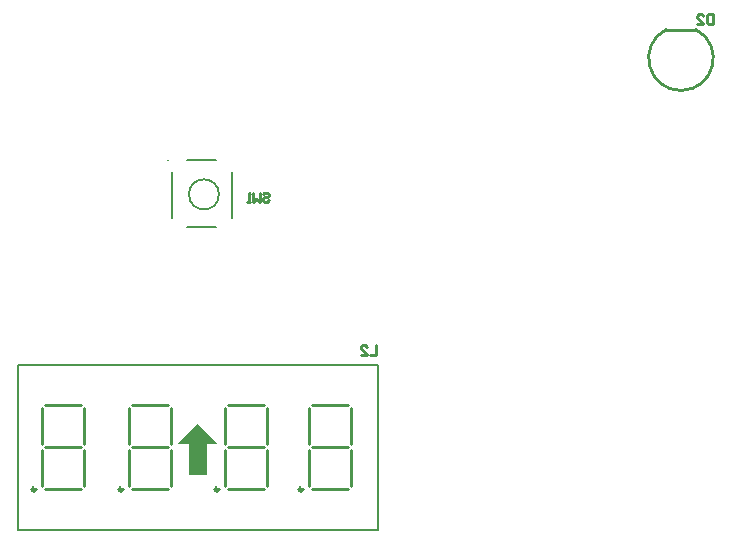
<source format=gbo>
G04*
G04 #@! TF.GenerationSoftware,Altium Limited,Altium Designer,21.0.8 (223)*
G04*
G04 Layer_Color=32896*
%FSTAX25Y25*%
%MOIN*%
G70*
G04*
G04 #@! TF.SameCoordinates,ACC495E8-7B1D-45BE-8A89-05A210FF911E*
G04*
G04*
G04 #@! TF.FilePolarity,Positive*
G04*
G01*
G75*
%ADD12C,0.00700*%
%ADD14C,0.01000*%
%ADD117C,0.00600*%
%ADD118C,0.01200*%
G36*
X0284265Y0175103D02*
X0277665Y0181703D01*
X0277465D01*
X0270965Y0175203D01*
Y0175103D01*
X0274665Y0175103D01*
Y0164503D01*
X0280565D01*
Y0175103D01*
X0284265Y0175103D01*
D02*
G37*
D12*
X0267476Y0269569D02*
X0267576Y0269669D01*
X0217665Y0201303D02*
X0337665D01*
X0217665Y0146303D02*
X0337665D01*
X0217665D02*
Y0201303D01*
X0337665Y0146303D02*
Y0201303D01*
D14*
X0433501Y0313108D02*
G03*
X0443501Y0313108I0005J-0009532D01*
G01*
X0433501D02*
X0443501D01*
X0300665Y0174803D02*
Y0186803D01*
X0287665Y0187803D02*
X0299665D01*
X0287665Y0173803D02*
X0299665D01*
X0286665Y0174803D02*
Y0186803D01*
Y0160803D02*
Y0172803D01*
X0287665Y0159803D02*
X0299665D01*
X0287665Y0173803D02*
X0299665D01*
X0300665Y0160803D02*
Y0172803D01*
X0328665Y0174803D02*
Y0186803D01*
X0315665Y0187803D02*
X0327665D01*
X0315665Y0173803D02*
X0327665D01*
X0314665Y0174803D02*
Y0186803D01*
Y0160803D02*
Y0172803D01*
X0315665Y0159803D02*
X0327665D01*
X0315665Y0173803D02*
X0327665D01*
X0328665Y0160803D02*
Y0172803D01*
X0239665Y0174803D02*
Y0186803D01*
X0226665Y0187803D02*
X0238665D01*
X0226665Y0173803D02*
X0238665D01*
X0225665Y0174803D02*
Y0186803D01*
Y0160803D02*
Y0172803D01*
X0226665Y0159803D02*
X0238665D01*
X0226665Y0173803D02*
X0238665D01*
X0239665Y0160803D02*
Y0172803D01*
X0268665Y0174803D02*
Y0186803D01*
X0255665Y0187803D02*
X0267665D01*
X0255665Y0173803D02*
X0267665D01*
X0254665Y0174803D02*
Y0186803D01*
Y0160803D02*
Y0172803D01*
X0255665Y0159803D02*
X0267665D01*
X0255665Y0173803D02*
X0267665D01*
X0268665Y0160803D02*
Y0172803D01*
X0299074Y0258235D02*
X0299599Y0258759D01*
X0300649D01*
X0301173Y0258235D01*
Y025771D01*
X0300649Y0257185D01*
X0299599D01*
X0299074Y025666D01*
Y0256136D01*
X0299599Y0255611D01*
X0300649D01*
X0301173Y0256136D01*
X0298025Y0258759D02*
Y0255611D01*
X0296975Y025666D01*
X0295926Y0255611D01*
Y0258759D01*
X0294876Y0255611D02*
X0293827D01*
X0294351D01*
Y0258759D01*
X0294876Y0258235D01*
X0337Y0207849D02*
Y02047D01*
X0334901D01*
X0331752D02*
X0333851D01*
X0331752Y0206799D01*
Y0207324D01*
X0332277Y0207849D01*
X0333327D01*
X0333851Y0207324D01*
X0449124Y0318259D02*
Y0315111D01*
X0447549D01*
X0447025Y0315635D01*
Y0317735D01*
X0447549Y0318259D01*
X0449124D01*
X0443876Y0315111D02*
X0445975D01*
X0443876Y031721D01*
Y0317735D01*
X0444401Y0318259D01*
X044545D01*
X0445975Y0317735D01*
D117*
X0284476Y0258169D02*
G03*
X0284476Y0258169I-0005J0D01*
G01*
X0288976Y0250169D02*
Y0265669D01*
X0273976Y0269669D02*
X0283476D01*
X0268976Y0250269D02*
Y0265669D01*
X0273976Y0247169D02*
X0283476D01*
D118*
X0284365Y0159803D02*
G03*
X0284365Y0159803I-00006J0D01*
G01*
X0312365D02*
G03*
X0312365Y0159803I-00006J0D01*
G01*
X0223365D02*
G03*
X0223365Y0159803I-00006J0D01*
G01*
X0252365Y0159803D02*
G03*
X0252365Y0159803I-00006J0D01*
G01*
M02*

</source>
